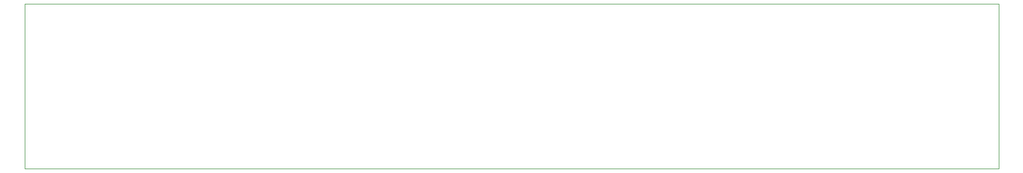
<source format=gbr>
%TF.GenerationSoftware,KiCad,Pcbnew,(5.1.8)-1*%
%TF.CreationDate,2024-07-24T00:23:14+03:00*%
%TF.ProjectId,PwrBus,50777242-7573-42e6-9b69-6361645f7063,rev?*%
%TF.SameCoordinates,Original*%
%TF.FileFunction,Profile,NP*%
%FSLAX46Y46*%
G04 Gerber Fmt 4.6, Leading zero omitted, Abs format (unit mm)*
G04 Created by KiCad (PCBNEW (5.1.8)-1) date 2024-07-24 00:23:14*
%MOMM*%
%LPD*%
G01*
G04 APERTURE LIST*
%TA.AperFunction,Profile*%
%ADD10C,0.050000*%
%TD*%
G04 APERTURE END LIST*
D10*
X162560000Y-12700000D02*
X12700000Y-12700000D01*
X162560000Y-38100000D02*
X162560000Y-12700000D01*
X12700000Y-38100000D02*
X162560000Y-38100000D01*
X12700000Y-12700000D02*
X12700000Y-38100000D01*
M02*

</source>
